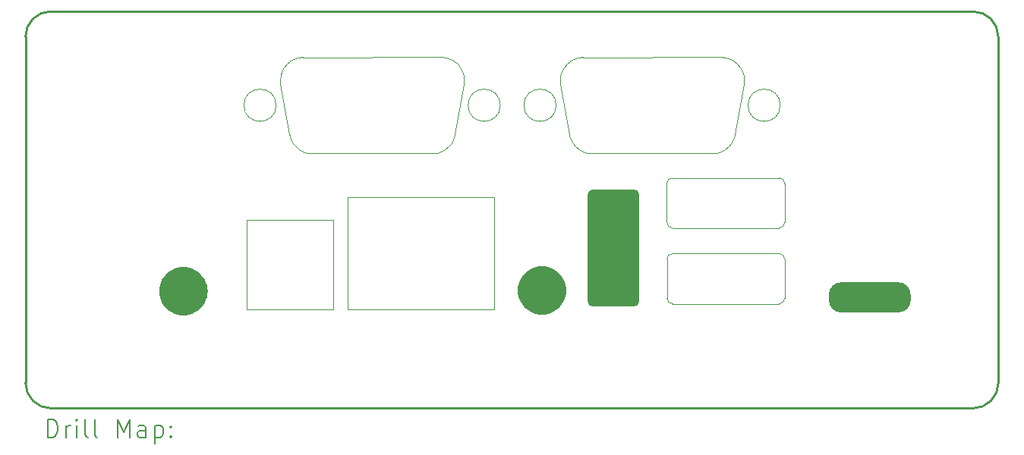
<source format=gbr>
%TF.GenerationSoftware,KiCad,Pcbnew,8.0.8*%
%TF.CreationDate,2025-02-26T19:39:57-05:00*%
%TF.ProjectId,MiniCamel_RearPlate,4d696e69-4361-46d6-956c-5f5265617250,rev?*%
%TF.SameCoordinates,Original*%
%TF.FileFunction,Drillmap*%
%TF.FilePolarity,Positive*%
%FSLAX45Y45*%
G04 Gerber Fmt 4.5, Leading zero omitted, Abs format (unit mm)*
G04 Created by KiCad (PCBNEW 8.0.8) date 2025-02-26 19:39:57*
%MOMM*%
%LPD*%
G01*
G04 APERTURE LIST*
%ADD10C,0.000000*%
%ADD11C,0.050000*%
%ADD12C,0.254000*%
%ADD13C,0.100000*%
%ADD14C,0.200000*%
G04 APERTURE END LIST*
D10*
G36*
X13553154Y-9668900D02*
G01*
X13585225Y-9674777D01*
X13616353Y-9684477D01*
X13646085Y-9697858D01*
X13673987Y-9714725D01*
X13699653Y-9734833D01*
X13722707Y-9757888D01*
X13742815Y-9783553D01*
X13759683Y-9811456D01*
X13773064Y-9841188D01*
X13782764Y-9872316D01*
X13788641Y-9904386D01*
X13790610Y-9936931D01*
X13788641Y-9969476D01*
X13782764Y-10001546D01*
X13773064Y-10032674D01*
X13759683Y-10062406D01*
X13742815Y-10090308D01*
X13722707Y-10115974D01*
X13699653Y-10139029D01*
X13673987Y-10159137D01*
X13646085Y-10176004D01*
X13616353Y-10189385D01*
X13585225Y-10199085D01*
X13553154Y-10204962D01*
X13520610Y-10206931D01*
X13488065Y-10204962D01*
X13455994Y-10199085D01*
X13424866Y-10189385D01*
X13395134Y-10176004D01*
X13367232Y-10159137D01*
X13341566Y-10139029D01*
X13318512Y-10115974D01*
X13298404Y-10090308D01*
X13281536Y-10062406D01*
X13268155Y-10032674D01*
X13258455Y-10001546D01*
X13252578Y-9969476D01*
X13250610Y-9936931D01*
X13252578Y-9904386D01*
X13258455Y-9872316D01*
X13268155Y-9841188D01*
X13281536Y-9811456D01*
X13298404Y-9783553D01*
X13318512Y-9757888D01*
X13341566Y-9734833D01*
X13367232Y-9714725D01*
X13395134Y-9697858D01*
X13424866Y-9684477D01*
X13455994Y-9674777D01*
X13488065Y-9668900D01*
X13520610Y-9666931D01*
X13553154Y-9668900D01*
G37*
G36*
X9554545Y-9675969D02*
G01*
X9586615Y-9681846D01*
X9617743Y-9691546D01*
X9647475Y-9704927D01*
X9675378Y-9721794D01*
X9701043Y-9741902D01*
X9724098Y-9764957D01*
X9744206Y-9790623D01*
X9761073Y-9818525D01*
X9774454Y-9848257D01*
X9784154Y-9879385D01*
X9790031Y-9911455D01*
X9792000Y-9944000D01*
X9790031Y-9976545D01*
X9784154Y-10008615D01*
X9774454Y-10039743D01*
X9761073Y-10069475D01*
X9744206Y-10097378D01*
X9724098Y-10123043D01*
X9701043Y-10146098D01*
X9675378Y-10166206D01*
X9647475Y-10183073D01*
X9617743Y-10196454D01*
X9586615Y-10206154D01*
X9554545Y-10212031D01*
X9522000Y-10214000D01*
X9489455Y-10212031D01*
X9457385Y-10206154D01*
X9426257Y-10196454D01*
X9396525Y-10183073D01*
X9368623Y-10166206D01*
X9342957Y-10146098D01*
X9319902Y-10123043D01*
X9299794Y-10097378D01*
X9282927Y-10069475D01*
X9269546Y-10039743D01*
X9259846Y-10008615D01*
X9253969Y-9976545D01*
X9252000Y-9944000D01*
X9253969Y-9911455D01*
X9259846Y-9879385D01*
X9269546Y-9848257D01*
X9282927Y-9818525D01*
X9299794Y-9790623D01*
X9319902Y-9764957D01*
X9342957Y-9741902D01*
X9368623Y-9721794D01*
X9396525Y-9704927D01*
X9426257Y-9691546D01*
X9457385Y-9681846D01*
X9489455Y-9675969D01*
X9522000Y-9674000D01*
X9554545Y-9675969D01*
G37*
G36*
X14548000Y-8807049D02*
G01*
X14548000Y-8807049D01*
G75*
G02*
X14603902Y-8862951I0J-55901D01*
G01*
X14603902Y-10061049D01*
G75*
G02*
X14548000Y-10116951I-55902J-1D01*
G01*
X14088000Y-10116951D01*
G75*
G02*
X14032098Y-10061049I0J55901D01*
G01*
X14032098Y-8862951D01*
G75*
G02*
X14088000Y-8807049I55902J1D01*
G01*
X14548000Y-8807049D01*
G37*
D11*
X10224528Y-9147750D02*
X10224528Y-10147750D01*
X11194528Y-9147750D02*
X10224528Y-9147750D01*
X11194528Y-9147750D02*
X11194528Y-10147750D01*
X11194528Y-10147750D02*
X10224528Y-10147750D01*
X11354000Y-8897750D02*
X12984000Y-8897750D01*
X11354000Y-10147750D02*
X11354000Y-8897750D01*
X12984000Y-10147750D02*
X11354000Y-10147750D01*
X12984000Y-10147750D02*
X12984000Y-8897750D01*
D12*
X7761000Y-7101917D02*
X7761000Y-10699772D01*
X7761000Y-10968310D02*
X7761000Y-10699772D01*
X18330083Y-6821000D02*
X8041917Y-6821000D01*
X18330083Y-11251000D02*
X8043690Y-11251000D01*
X18611000Y-10699777D02*
X18611000Y-7101917D01*
X18611000Y-10970083D02*
X18611000Y-10699777D01*
X7761000Y-7101917D02*
G75*
G02*
X8041917Y-6821000I280918J-1D01*
G01*
X8043690Y-11251000D02*
G75*
G02*
X7761000Y-10968310I0J282690D01*
G01*
X18330083Y-6821000D02*
G75*
G02*
X18611000Y-7101917I-3J-280920D01*
G01*
X18611000Y-10970083D02*
G75*
G02*
X18330083Y-11251000I-280920J3D01*
G01*
D13*
X10600348Y-7585093D02*
X10600399Y-7585194D01*
X10600348Y-7585296D02*
X10604666Y-7629009D01*
X10600399Y-7585194D02*
X10600348Y-7585296D01*
X10604666Y-7629009D02*
X10604692Y-7629060D01*
X10604666Y-7629085D02*
X10705403Y-8194972D01*
X10604692Y-7629060D02*
X10604666Y-7629085D01*
X10605200Y-7535893D02*
X10600348Y-7585093D01*
X10605250Y-7535664D02*
X10605250Y-7535791D01*
X10605250Y-7535791D02*
X10605200Y-7535893D01*
X10619601Y-7488369D02*
X10605250Y-7535664D01*
X10619678Y-7488166D02*
X10619678Y-7488268D01*
X10619678Y-7488268D02*
X10619601Y-7488369D01*
X10642995Y-7444554D02*
X10619678Y-7488166D01*
X10643071Y-7444478D02*
X10642995Y-7444554D01*
X10643096Y-7444377D02*
X10643071Y-7444478D01*
X10674465Y-7406150D02*
X10643096Y-7444377D01*
X10674567Y-7406099D02*
X10674465Y-7406150D01*
X10674618Y-7405997D02*
X10674567Y-7406099D01*
X10705403Y-8194972D02*
X10707308Y-8207494D01*
X10707308Y-8207494D02*
X10707358Y-8207570D01*
X10707358Y-8207570D02*
X10707358Y-8207647D01*
X10707358Y-8207647D02*
X10719601Y-8248033D01*
X10712845Y-7374654D02*
X10674618Y-7405997D01*
X10712946Y-7374603D02*
X10712845Y-7374654D01*
X10713023Y-7374527D02*
X10712946Y-7374603D01*
X10719601Y-8248033D02*
X10719677Y-8248109D01*
X10719677Y-8248109D02*
X10719677Y-8248210D01*
X10719677Y-8248210D02*
X10742995Y-8291822D01*
X10742995Y-8291822D02*
X10743071Y-8291898D01*
X10743071Y-8291898D02*
X10743096Y-8292000D01*
X10743096Y-8292000D02*
X10774465Y-8330227D01*
X10756609Y-7351209D02*
X10713023Y-7374527D01*
X10756736Y-7351209D02*
X10756609Y-7351209D01*
X10756812Y-7351133D02*
X10756736Y-7351209D01*
X10774465Y-8330227D02*
X10774567Y-8330278D01*
X10774567Y-8330278D02*
X10774618Y-8330379D01*
X10774618Y-8330379D02*
X10812845Y-8361748D01*
X10804132Y-7336782D02*
X10756812Y-7351133D01*
X10804234Y-7336808D02*
X10804132Y-7336782D01*
X10804336Y-7336757D02*
X10804234Y-7336808D01*
X10812845Y-8361748D02*
X10812946Y-8361774D01*
X10812946Y-8361774D02*
X10813022Y-8361850D01*
X10813022Y-8361850D02*
X10856634Y-8385167D01*
X10852342Y-7332007D02*
X10804336Y-7336757D01*
X10852367Y-7332032D02*
X10852342Y-7332007D01*
X10852392Y-7332007D02*
X10852367Y-7332032D01*
X10852748Y-7332134D02*
X10852392Y-7332007D01*
X10853129Y-7332261D02*
X10852748Y-7332134D01*
X10853154Y-7332286D02*
X10853129Y-7332261D01*
X10853180Y-7332286D02*
X10853154Y-7332286D01*
X10854069Y-7333099D02*
X10853180Y-7332286D01*
X10856634Y-8385167D02*
X10856736Y-8385167D01*
X10856736Y-8385167D02*
X10856812Y-8385243D01*
X10856812Y-8385243D02*
X10904132Y-8399594D01*
X10904132Y-8399594D02*
X10904234Y-8399594D01*
X10904234Y-8399594D02*
X10904335Y-8399645D01*
X10904335Y-8399645D02*
X10953535Y-8404471D01*
X10953535Y-8404471D02*
X10953586Y-8404471D01*
X10953586Y-8404471D02*
X10953662Y-8404497D01*
X10953662Y-8404497D02*
X12299227Y-8403277D01*
X12299227Y-8403277D02*
X12300142Y-8404090D01*
X12300142Y-8404090D02*
X12300167Y-8404090D01*
X12300167Y-8404090D02*
X12300167Y-8404116D01*
X12300167Y-8404116D02*
X12300548Y-8404243D01*
X12300548Y-8404243D02*
X12300904Y-8404370D01*
X12300904Y-8404370D02*
X12300929Y-8404344D01*
X12300929Y-8404344D02*
X12300954Y-8404370D01*
X12300954Y-8404370D02*
X12348960Y-8399645D01*
X12348960Y-8399645D02*
X12349062Y-8399594D01*
X12349062Y-8399594D02*
X12349164Y-8399594D01*
X12349164Y-8399594D02*
X12396484Y-8385243D01*
X12396484Y-8385243D02*
X12396560Y-8385167D01*
X12396560Y-8385167D02*
X12396687Y-8385167D01*
X12396687Y-8385167D02*
X12440273Y-8361850D01*
X12399659Y-7331905D02*
X10854069Y-7333099D01*
X12399710Y-7331905D02*
X12399659Y-7331905D01*
X12399760Y-7331905D02*
X12399710Y-7331905D01*
X12440273Y-8361850D02*
X12440350Y-8361774D01*
X12440350Y-8361774D02*
X12440451Y-8361748D01*
X12440451Y-8361748D02*
X12478678Y-8330379D01*
X12448960Y-7336757D02*
X12399760Y-7331905D01*
X12449062Y-7336808D02*
X12448960Y-7336757D01*
X12449163Y-7336782D02*
X12449062Y-7336808D01*
X12478678Y-8330379D02*
X12478729Y-8330278D01*
X12478729Y-8330278D02*
X12478831Y-8330227D01*
X12478831Y-8330227D02*
X12510200Y-8292000D01*
X12496484Y-7351133D02*
X12449163Y-7336782D01*
X12496560Y-7351209D02*
X12496484Y-7351133D01*
X12496687Y-7351209D02*
X12496560Y-7351209D01*
X12510200Y-8292000D02*
X12510225Y-8291898D01*
X12510225Y-8291898D02*
X12510301Y-8291822D01*
X12510301Y-8291822D02*
X12533618Y-8248210D01*
X12533618Y-8248109D02*
X12533695Y-8248033D01*
X12533618Y-8248210D02*
X12533618Y-8248109D01*
X12533695Y-8248033D02*
X12548046Y-8200712D01*
X12540273Y-7374527D02*
X12496687Y-7351209D01*
X12540349Y-7374603D02*
X12540273Y-7374527D01*
X12540451Y-7374654D02*
X12540349Y-7374603D01*
X12548046Y-8200585D02*
X12548096Y-8200509D01*
X12548046Y-8200712D02*
X12548046Y-8200585D01*
X12548096Y-8200509D02*
X12548630Y-8195048D01*
X12548630Y-8195048D02*
X12647817Y-7629390D01*
X12578678Y-7405997D02*
X12540451Y-7374654D01*
X12578729Y-7406099D02*
X12578678Y-7405997D01*
X12578830Y-7406150D02*
X12578729Y-7406099D01*
X12610199Y-7444377D02*
X12578830Y-7406150D01*
X12610225Y-7444478D02*
X12610199Y-7444377D01*
X12610301Y-7444554D02*
X12610225Y-7444478D01*
X12633618Y-7488166D02*
X12610301Y-7444554D01*
X12633644Y-7488268D02*
X12633618Y-7488166D01*
X12633694Y-7488369D02*
X12633644Y-7488268D01*
X12647817Y-7629390D02*
X12648274Y-7629035D01*
X12648045Y-7535664D02*
X12633694Y-7488369D01*
X12648045Y-7535791D02*
X12648045Y-7535664D01*
X12648096Y-7535893D02*
X12648045Y-7535791D01*
X12648274Y-7629035D02*
X12648299Y-7629009D01*
X12648299Y-7629009D02*
X12648325Y-7629009D01*
X12648325Y-7629009D02*
X12648503Y-7628654D01*
X12648503Y-7628654D02*
X12648706Y-7628323D01*
X12648706Y-7628273D02*
X12652948Y-7585296D01*
X12648706Y-7628298D02*
X12648706Y-7628273D01*
X12648706Y-7628323D02*
X12648706Y-7628298D01*
X12652922Y-7585194D02*
X12652948Y-7585093D01*
X12652948Y-7585093D02*
X12648096Y-7535893D01*
X12652948Y-7585296D02*
X12652922Y-7585194D01*
D11*
X10556650Y-7868201D02*
G75*
G02*
X10196650Y-7868201I-180000J0D01*
G01*
X10196650Y-7868201D02*
G75*
G02*
X10556650Y-7868201I180000J0D01*
G01*
X13056645Y-7868201D02*
G75*
G02*
X12696645Y-7868201I-180000J0D01*
G01*
X12696645Y-7868201D02*
G75*
G02*
X13056645Y-7868201I180000J0D01*
G01*
X14913758Y-8739939D02*
X14913758Y-9174063D01*
X14914758Y-9585939D02*
X14914758Y-10020063D01*
X16164819Y-8679000D02*
X14974695Y-8679000D01*
X16164820Y-9239000D02*
X14978696Y-9239000D01*
X16165820Y-9525000D02*
X14975696Y-9525000D01*
X16165821Y-10085000D02*
X14979697Y-10085000D01*
X16229758Y-9174061D02*
X16229758Y-8743938D01*
X16230758Y-10020061D02*
X16230758Y-9589938D01*
X14913758Y-8739939D02*
G75*
G02*
X14974695Y-8679000I60938J1D01*
G01*
X14914758Y-9585939D02*
G75*
G02*
X14975696Y-9525000I60938J1D01*
G01*
X14978696Y-9239000D02*
G75*
G02*
X14913758Y-9174063I-1J64938D01*
G01*
X14979697Y-10085000D02*
G75*
G02*
X14914758Y-10020063I-1J64938D01*
G01*
X16164819Y-8679000D02*
G75*
G02*
X16229758Y-8743938I-1J-64940D01*
G01*
X16165820Y-9525000D02*
G75*
G02*
X16230758Y-9589938I-2J-64940D01*
G01*
X16229758Y-9174061D02*
G75*
G02*
X16164820Y-9239000I-64938J-1D01*
G01*
X16230758Y-10020061D02*
G75*
G02*
X16165821Y-10085001I-64941J1D01*
G01*
D13*
X13723148Y-7585093D02*
X13723199Y-7585194D01*
X13723148Y-7585296D02*
X13727466Y-7629009D01*
X13723199Y-7585194D02*
X13723148Y-7585296D01*
X13727466Y-7629009D02*
X13727492Y-7629060D01*
X13727466Y-7629085D02*
X13828203Y-8194972D01*
X13727492Y-7629060D02*
X13727466Y-7629085D01*
X13728000Y-7535893D02*
X13723148Y-7585093D01*
X13728050Y-7535664D02*
X13728050Y-7535791D01*
X13728050Y-7535791D02*
X13728000Y-7535893D01*
X13742401Y-7488369D02*
X13728050Y-7535664D01*
X13742478Y-7488166D02*
X13742478Y-7488268D01*
X13742478Y-7488268D02*
X13742401Y-7488369D01*
X13765795Y-7444554D02*
X13742478Y-7488166D01*
X13765871Y-7444478D02*
X13765795Y-7444554D01*
X13765896Y-7444377D02*
X13765871Y-7444478D01*
X13797265Y-7406150D02*
X13765896Y-7444377D01*
X13797367Y-7406099D02*
X13797265Y-7406150D01*
X13797418Y-7405997D02*
X13797367Y-7406099D01*
X13828203Y-8194972D02*
X13830108Y-8207494D01*
X13830108Y-8207494D02*
X13830158Y-8207570D01*
X13830158Y-8207570D02*
X13830158Y-8207647D01*
X13830158Y-8207647D02*
X13842401Y-8248033D01*
X13835645Y-7374654D02*
X13797418Y-7405997D01*
X13835746Y-7374603D02*
X13835645Y-7374654D01*
X13835823Y-7374527D02*
X13835746Y-7374603D01*
X13842401Y-8248033D02*
X13842477Y-8248109D01*
X13842477Y-8248109D02*
X13842477Y-8248210D01*
X13842477Y-8248210D02*
X13865795Y-8291822D01*
X13865795Y-8291822D02*
X13865871Y-8291898D01*
X13865871Y-8291898D02*
X13865896Y-8292000D01*
X13865896Y-8292000D02*
X13897265Y-8330227D01*
X13879409Y-7351209D02*
X13835823Y-7374527D01*
X13879536Y-7351209D02*
X13879409Y-7351209D01*
X13879612Y-7351133D02*
X13879536Y-7351209D01*
X13897265Y-8330227D02*
X13897367Y-8330278D01*
X13897367Y-8330278D02*
X13897418Y-8330379D01*
X13897418Y-8330379D02*
X13935645Y-8361748D01*
X13926932Y-7336782D02*
X13879612Y-7351133D01*
X13927034Y-7336808D02*
X13926932Y-7336782D01*
X13927136Y-7336757D02*
X13927034Y-7336808D01*
X13935645Y-8361748D02*
X13935746Y-8361774D01*
X13935746Y-8361774D02*
X13935822Y-8361850D01*
X13935822Y-8361850D02*
X13979434Y-8385167D01*
X13975142Y-7332007D02*
X13927136Y-7336757D01*
X13975167Y-7332032D02*
X13975142Y-7332007D01*
X13975192Y-7332007D02*
X13975167Y-7332032D01*
X13975548Y-7332134D02*
X13975192Y-7332007D01*
X13975929Y-7332261D02*
X13975548Y-7332134D01*
X13975954Y-7332286D02*
X13975929Y-7332261D01*
X13975980Y-7332286D02*
X13975954Y-7332286D01*
X13976869Y-7333099D02*
X13975980Y-7332286D01*
X13979434Y-8385167D02*
X13979536Y-8385167D01*
X13979536Y-8385167D02*
X13979612Y-8385243D01*
X13979612Y-8385243D02*
X14026932Y-8399594D01*
X14026932Y-8399594D02*
X14027034Y-8399594D01*
X14027034Y-8399594D02*
X14027135Y-8399645D01*
X14027135Y-8399645D02*
X14076335Y-8404471D01*
X14076335Y-8404471D02*
X14076386Y-8404471D01*
X14076386Y-8404471D02*
X14076462Y-8404497D01*
X14076462Y-8404497D02*
X15422027Y-8403277D01*
X15422027Y-8403277D02*
X15422942Y-8404090D01*
X15422942Y-8404090D02*
X15422967Y-8404090D01*
X15422967Y-8404090D02*
X15422967Y-8404116D01*
X15422967Y-8404116D02*
X15423348Y-8404243D01*
X15423348Y-8404243D02*
X15423704Y-8404370D01*
X15423704Y-8404370D02*
X15423729Y-8404344D01*
X15423729Y-8404344D02*
X15423754Y-8404370D01*
X15423754Y-8404370D02*
X15471760Y-8399645D01*
X15471760Y-8399645D02*
X15471862Y-8399594D01*
X15471862Y-8399594D02*
X15471964Y-8399594D01*
X15471964Y-8399594D02*
X15519284Y-8385243D01*
X15519284Y-8385243D02*
X15519360Y-8385167D01*
X15519360Y-8385167D02*
X15519487Y-8385167D01*
X15519487Y-8385167D02*
X15563073Y-8361850D01*
X15522459Y-7331905D02*
X13976869Y-7333099D01*
X15522510Y-7331905D02*
X15522459Y-7331905D01*
X15522560Y-7331905D02*
X15522510Y-7331905D01*
X15563073Y-8361850D02*
X15563150Y-8361774D01*
X15563150Y-8361774D02*
X15563251Y-8361748D01*
X15563251Y-8361748D02*
X15601478Y-8330379D01*
X15571760Y-7336757D02*
X15522560Y-7331905D01*
X15571862Y-7336808D02*
X15571760Y-7336757D01*
X15571963Y-7336782D02*
X15571862Y-7336808D01*
X15601478Y-8330379D02*
X15601529Y-8330278D01*
X15601529Y-8330278D02*
X15601631Y-8330227D01*
X15601631Y-8330227D02*
X15633000Y-8292000D01*
X15619284Y-7351133D02*
X15571963Y-7336782D01*
X15619360Y-7351209D02*
X15619284Y-7351133D01*
X15619487Y-7351209D02*
X15619360Y-7351209D01*
X15633000Y-8292000D02*
X15633025Y-8291898D01*
X15633025Y-8291898D02*
X15633101Y-8291822D01*
X15633101Y-8291822D02*
X15656418Y-8248210D01*
X15656418Y-8248109D02*
X15656495Y-8248033D01*
X15656418Y-8248210D02*
X15656418Y-8248109D01*
X15656495Y-8248033D02*
X15670846Y-8200712D01*
X15663073Y-7374527D02*
X15619487Y-7351209D01*
X15663149Y-7374603D02*
X15663073Y-7374527D01*
X15663251Y-7374654D02*
X15663149Y-7374603D01*
X15670846Y-8200585D02*
X15670896Y-8200509D01*
X15670846Y-8200712D02*
X15670846Y-8200585D01*
X15670896Y-8200509D02*
X15671430Y-8195048D01*
X15671430Y-8195048D02*
X15770617Y-7629390D01*
X15701478Y-7405997D02*
X15663251Y-7374654D01*
X15701529Y-7406099D02*
X15701478Y-7405997D01*
X15701630Y-7406150D02*
X15701529Y-7406099D01*
X15732999Y-7444377D02*
X15701630Y-7406150D01*
X15733025Y-7444478D02*
X15732999Y-7444377D01*
X15733101Y-7444554D02*
X15733025Y-7444478D01*
X15756418Y-7488166D02*
X15733101Y-7444554D01*
X15756444Y-7488268D02*
X15756418Y-7488166D01*
X15756494Y-7488369D02*
X15756444Y-7488268D01*
X15770617Y-7629390D02*
X15771074Y-7629035D01*
X15770845Y-7535664D02*
X15756494Y-7488369D01*
X15770845Y-7535791D02*
X15770845Y-7535664D01*
X15770896Y-7535893D02*
X15770845Y-7535791D01*
X15771074Y-7629035D02*
X15771099Y-7629009D01*
X15771099Y-7629009D02*
X15771125Y-7629009D01*
X15771125Y-7629009D02*
X15771303Y-7628654D01*
X15771303Y-7628654D02*
X15771506Y-7628323D01*
X15771506Y-7628273D02*
X15775748Y-7585296D01*
X15771506Y-7628298D02*
X15771506Y-7628273D01*
X15771506Y-7628323D02*
X15771506Y-7628298D01*
X15775722Y-7585194D02*
X15775748Y-7585093D01*
X15775748Y-7585093D02*
X15770896Y-7535893D01*
X15775748Y-7585296D02*
X15775722Y-7585194D01*
D11*
X13679450Y-7868201D02*
G75*
G02*
X13319450Y-7868201I-180000J0D01*
G01*
X13319450Y-7868201D02*
G75*
G02*
X13679450Y-7868201I180000J0D01*
G01*
X16179445Y-7868201D02*
G75*
G02*
X15819445Y-7868201I-180000J0D01*
G01*
X15819445Y-7868201D02*
G75*
G02*
X16179445Y-7868201I180000J0D01*
G01*
D10*
G36*
X17499945Y-9844738D02*
G01*
X17499945Y-9844738D01*
G75*
G02*
X17632945Y-9977738I-5J-133002D01*
G01*
X17632945Y-10048007D01*
G75*
G02*
X17499945Y-10181007I-133005J-3D01*
G01*
X16854945Y-10181007D01*
G75*
G02*
X16721945Y-10048007I-5J132997D01*
G01*
X16721945Y-9978007D01*
G75*
G02*
X16854945Y-9845007I132995J-3D01*
G01*
X17499945Y-9844738D01*
G37*
D14*
X8009077Y-11575184D02*
X8009077Y-11375184D01*
X8009077Y-11375184D02*
X8056696Y-11375184D01*
X8056696Y-11375184D02*
X8085267Y-11384708D01*
X8085267Y-11384708D02*
X8104315Y-11403755D01*
X8104315Y-11403755D02*
X8113839Y-11422803D01*
X8113839Y-11422803D02*
X8123362Y-11460898D01*
X8123362Y-11460898D02*
X8123362Y-11489469D01*
X8123362Y-11489469D02*
X8113839Y-11527565D01*
X8113839Y-11527565D02*
X8104315Y-11546612D01*
X8104315Y-11546612D02*
X8085267Y-11565660D01*
X8085267Y-11565660D02*
X8056696Y-11575184D01*
X8056696Y-11575184D02*
X8009077Y-11575184D01*
X8209077Y-11575184D02*
X8209077Y-11441850D01*
X8209077Y-11479946D02*
X8218601Y-11460898D01*
X8218601Y-11460898D02*
X8228124Y-11451374D01*
X8228124Y-11451374D02*
X8247172Y-11441850D01*
X8247172Y-11441850D02*
X8266220Y-11441850D01*
X8332886Y-11575184D02*
X8332886Y-11441850D01*
X8332886Y-11375184D02*
X8323362Y-11384708D01*
X8323362Y-11384708D02*
X8332886Y-11394231D01*
X8332886Y-11394231D02*
X8342410Y-11384708D01*
X8342410Y-11384708D02*
X8332886Y-11375184D01*
X8332886Y-11375184D02*
X8332886Y-11394231D01*
X8456696Y-11575184D02*
X8437648Y-11565660D01*
X8437648Y-11565660D02*
X8428124Y-11546612D01*
X8428124Y-11546612D02*
X8428124Y-11375184D01*
X8561458Y-11575184D02*
X8542410Y-11565660D01*
X8542410Y-11565660D02*
X8532886Y-11546612D01*
X8532886Y-11546612D02*
X8532886Y-11375184D01*
X8790029Y-11575184D02*
X8790029Y-11375184D01*
X8790029Y-11375184D02*
X8856696Y-11518041D01*
X8856696Y-11518041D02*
X8923363Y-11375184D01*
X8923363Y-11375184D02*
X8923363Y-11575184D01*
X9104315Y-11575184D02*
X9104315Y-11470422D01*
X9104315Y-11470422D02*
X9094791Y-11451374D01*
X9094791Y-11451374D02*
X9075744Y-11441850D01*
X9075744Y-11441850D02*
X9037648Y-11441850D01*
X9037648Y-11441850D02*
X9018601Y-11451374D01*
X9104315Y-11565660D02*
X9085267Y-11575184D01*
X9085267Y-11575184D02*
X9037648Y-11575184D01*
X9037648Y-11575184D02*
X9018601Y-11565660D01*
X9018601Y-11565660D02*
X9009077Y-11546612D01*
X9009077Y-11546612D02*
X9009077Y-11527565D01*
X9009077Y-11527565D02*
X9018601Y-11508517D01*
X9018601Y-11508517D02*
X9037648Y-11498993D01*
X9037648Y-11498993D02*
X9085267Y-11498993D01*
X9085267Y-11498993D02*
X9104315Y-11489469D01*
X9199553Y-11441850D02*
X9199553Y-11641850D01*
X9199553Y-11451374D02*
X9218601Y-11441850D01*
X9218601Y-11441850D02*
X9256696Y-11441850D01*
X9256696Y-11441850D02*
X9275744Y-11451374D01*
X9275744Y-11451374D02*
X9285267Y-11460898D01*
X9285267Y-11460898D02*
X9294791Y-11479946D01*
X9294791Y-11479946D02*
X9294791Y-11537088D01*
X9294791Y-11537088D02*
X9285267Y-11556136D01*
X9285267Y-11556136D02*
X9275744Y-11565660D01*
X9275744Y-11565660D02*
X9256696Y-11575184D01*
X9256696Y-11575184D02*
X9218601Y-11575184D01*
X9218601Y-11575184D02*
X9199553Y-11565660D01*
X9380505Y-11556136D02*
X9390029Y-11565660D01*
X9390029Y-11565660D02*
X9380505Y-11575184D01*
X9380505Y-11575184D02*
X9370982Y-11565660D01*
X9370982Y-11565660D02*
X9380505Y-11556136D01*
X9380505Y-11556136D02*
X9380505Y-11575184D01*
X9380505Y-11451374D02*
X9390029Y-11460898D01*
X9390029Y-11460898D02*
X9380505Y-11470422D01*
X9380505Y-11470422D02*
X9370982Y-11460898D01*
X9370982Y-11460898D02*
X9380505Y-11451374D01*
X9380505Y-11451374D02*
X9380505Y-11470422D01*
M02*

</source>
